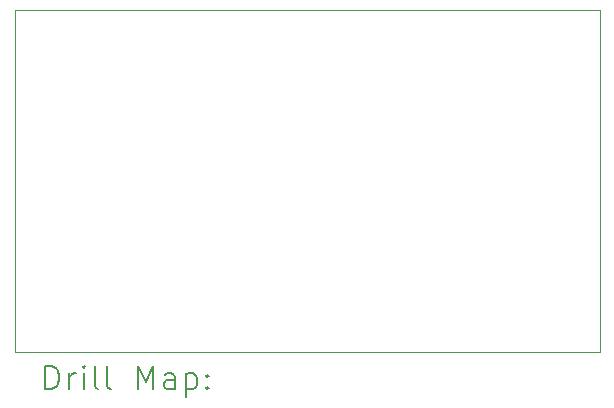
<source format=gbr>
%TF.GenerationSoftware,KiCad,Pcbnew,8.0.4+1*%
%TF.CreationDate,2024-10-19T21:08:08+00:00*%
%TF.ProjectId,xESC2,78455343-322e-46b6-9963-61645f706362,rev?*%
%TF.SameCoordinates,Original*%
%TF.FileFunction,Drillmap*%
%TF.FilePolarity,Positive*%
%FSLAX45Y45*%
G04 Gerber Fmt 4.5, Leading zero omitted, Abs format (unit mm)*
G04 Created by KiCad (PCBNEW 8.0.4+1) date 2024-10-19 21:08:08*
%MOMM*%
%LPD*%
G01*
G04 APERTURE LIST*
%ADD10C,0.050000*%
%ADD11C,0.200000*%
G04 APERTURE END LIST*
D10*
X22900000Y-10390000D02*
X27850000Y-10390000D01*
X27850000Y-10390000D02*
X27850000Y-13290000D01*
X22900000Y-13290000D02*
X22900000Y-10390000D01*
X27850000Y-13290000D02*
X22900000Y-13290000D01*
D11*
X23158277Y-13603984D02*
X23158277Y-13403984D01*
X23158277Y-13403984D02*
X23205896Y-13403984D01*
X23205896Y-13403984D02*
X23234467Y-13413508D01*
X23234467Y-13413508D02*
X23253515Y-13432555D01*
X23253515Y-13432555D02*
X23263039Y-13451603D01*
X23263039Y-13451603D02*
X23272562Y-13489698D01*
X23272562Y-13489698D02*
X23272562Y-13518269D01*
X23272562Y-13518269D02*
X23263039Y-13556365D01*
X23263039Y-13556365D02*
X23253515Y-13575412D01*
X23253515Y-13575412D02*
X23234467Y-13594460D01*
X23234467Y-13594460D02*
X23205896Y-13603984D01*
X23205896Y-13603984D02*
X23158277Y-13603984D01*
X23358277Y-13603984D02*
X23358277Y-13470650D01*
X23358277Y-13508746D02*
X23367801Y-13489698D01*
X23367801Y-13489698D02*
X23377324Y-13480174D01*
X23377324Y-13480174D02*
X23396372Y-13470650D01*
X23396372Y-13470650D02*
X23415420Y-13470650D01*
X23482086Y-13603984D02*
X23482086Y-13470650D01*
X23482086Y-13403984D02*
X23472562Y-13413508D01*
X23472562Y-13413508D02*
X23482086Y-13423031D01*
X23482086Y-13423031D02*
X23491610Y-13413508D01*
X23491610Y-13413508D02*
X23482086Y-13403984D01*
X23482086Y-13403984D02*
X23482086Y-13423031D01*
X23605896Y-13603984D02*
X23586848Y-13594460D01*
X23586848Y-13594460D02*
X23577324Y-13575412D01*
X23577324Y-13575412D02*
X23577324Y-13403984D01*
X23710658Y-13603984D02*
X23691610Y-13594460D01*
X23691610Y-13594460D02*
X23682086Y-13575412D01*
X23682086Y-13575412D02*
X23682086Y-13403984D01*
X23939229Y-13603984D02*
X23939229Y-13403984D01*
X23939229Y-13403984D02*
X24005896Y-13546841D01*
X24005896Y-13546841D02*
X24072562Y-13403984D01*
X24072562Y-13403984D02*
X24072562Y-13603984D01*
X24253515Y-13603984D02*
X24253515Y-13499222D01*
X24253515Y-13499222D02*
X24243991Y-13480174D01*
X24243991Y-13480174D02*
X24224943Y-13470650D01*
X24224943Y-13470650D02*
X24186848Y-13470650D01*
X24186848Y-13470650D02*
X24167801Y-13480174D01*
X24253515Y-13594460D02*
X24234467Y-13603984D01*
X24234467Y-13603984D02*
X24186848Y-13603984D01*
X24186848Y-13603984D02*
X24167801Y-13594460D01*
X24167801Y-13594460D02*
X24158277Y-13575412D01*
X24158277Y-13575412D02*
X24158277Y-13556365D01*
X24158277Y-13556365D02*
X24167801Y-13537317D01*
X24167801Y-13537317D02*
X24186848Y-13527793D01*
X24186848Y-13527793D02*
X24234467Y-13527793D01*
X24234467Y-13527793D02*
X24253515Y-13518269D01*
X24348753Y-13470650D02*
X24348753Y-13670650D01*
X24348753Y-13480174D02*
X24367801Y-13470650D01*
X24367801Y-13470650D02*
X24405896Y-13470650D01*
X24405896Y-13470650D02*
X24424943Y-13480174D01*
X24424943Y-13480174D02*
X24434467Y-13489698D01*
X24434467Y-13489698D02*
X24443991Y-13508746D01*
X24443991Y-13508746D02*
X24443991Y-13565888D01*
X24443991Y-13565888D02*
X24434467Y-13584936D01*
X24434467Y-13584936D02*
X24424943Y-13594460D01*
X24424943Y-13594460D02*
X24405896Y-13603984D01*
X24405896Y-13603984D02*
X24367801Y-13603984D01*
X24367801Y-13603984D02*
X24348753Y-13594460D01*
X24529705Y-13584936D02*
X24539229Y-13594460D01*
X24539229Y-13594460D02*
X24529705Y-13603984D01*
X24529705Y-13603984D02*
X24520182Y-13594460D01*
X24520182Y-13594460D02*
X24529705Y-13584936D01*
X24529705Y-13584936D02*
X24529705Y-13603984D01*
X24529705Y-13480174D02*
X24539229Y-13489698D01*
X24539229Y-13489698D02*
X24529705Y-13499222D01*
X24529705Y-13499222D02*
X24520182Y-13489698D01*
X24520182Y-13489698D02*
X24529705Y-13480174D01*
X24529705Y-13480174D02*
X24529705Y-13499222D01*
M02*

</source>
